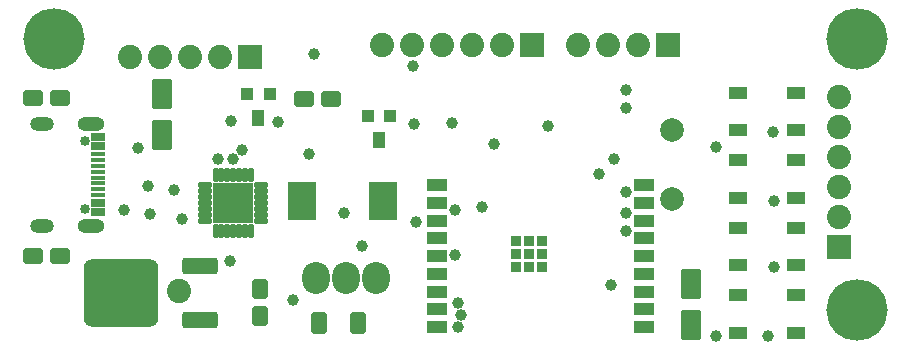
<source format=gbr>
%TF.GenerationSoftware,Altium Limited,Altium Designer,24.0.1 (36)*%
G04 Layer_Color=8388736*
%FSLAX45Y45*%
%MOMM*%
%TF.SameCoordinates,65C793CC-7C80-44E8-9821-AA658A2EEAB5*%
%TF.FilePolarity,Negative*%
%TF.FileFunction,Soldermask,Top*%
%TF.Part,Single*%
G01*
G75*
%TA.AperFunction,SMDPad,CuDef*%
%ADD50R,1.11760X1.47320*%
%ADD51R,1.11760X1.11760*%
G04:AMPARAMS|DCode=52|XSize=2.6mm|YSize=1.7mm|CornerRadius=0.17mm|HoleSize=0mm|Usage=FLASHONLY|Rotation=90.000|XOffset=0mm|YOffset=0mm|HoleType=Round|Shape=RoundedRectangle|*
%AMROUNDEDRECTD52*
21,1,2.60000,1.36000,0,0,90.0*
21,1,2.26000,1.70000,0,0,90.0*
1,1,0.34000,0.68000,1.13000*
1,1,0.34000,0.68000,-1.13000*
1,1,0.34000,-0.68000,-1.13000*
1,1,0.34000,-0.68000,1.13000*
%
%ADD52ROUNDEDRECTD52*%
G04:AMPARAMS|DCode=53|XSize=1.624mm|YSize=1.37mm|CornerRadius=0.14525mm|HoleSize=0mm|Usage=FLASHONLY|Rotation=0.000|XOffset=0mm|YOffset=0mm|HoleType=Round|Shape=RoundedRectangle|*
%AMROUNDEDRECTD53*
21,1,1.62400,1.07950,0,0,0.0*
21,1,1.33350,1.37000,0,0,0.0*
1,1,0.29050,0.66675,-0.53975*
1,1,0.29050,-0.66675,-0.53975*
1,1,0.29050,-0.66675,0.53975*
1,1,0.29050,0.66675,0.53975*
%
%ADD53ROUNDEDRECTD53*%
G04:AMPARAMS|DCode=54|XSize=1.1mm|YSize=1.6mm|CornerRadius=0.125mm|HoleSize=0mm|Usage=FLASHONLY|Rotation=90.000|XOffset=0mm|YOffset=0mm|HoleType=Round|Shape=RoundedRectangle|*
%AMROUNDEDRECTD54*
21,1,1.10000,1.35000,0,0,90.0*
21,1,0.85000,1.60000,0,0,90.0*
1,1,0.25000,0.67500,0.42500*
1,1,0.25000,0.67500,-0.42500*
1,1,0.25000,-0.67500,-0.42500*
1,1,0.25000,-0.67500,0.42500*
%
%ADD54ROUNDEDRECTD54*%
%TA.AperFunction,ConnectorPad*%
%ADD55R,1.25000X0.40000*%
%ADD56R,1.25000X0.70000*%
%TA.AperFunction,SMDPad,CuDef*%
G04:AMPARAMS|DCode=57|XSize=3.0332mm|YSize=1.4232mm|CornerRadius=0.2541mm|HoleSize=0mm|Usage=FLASHONLY|Rotation=180.000|XOffset=0mm|YOffset=0mm|HoleType=Round|Shape=RoundedRectangle|*
%AMROUNDEDRECTD57*
21,1,3.03320,0.91500,0,0,180.0*
21,1,2.52500,1.42320,0,0,180.0*
1,1,0.50820,-1.26250,0.45750*
1,1,0.50820,1.26250,0.45750*
1,1,0.50820,1.26250,-0.45750*
1,1,0.50820,-1.26250,-0.45750*
%
%ADD57ROUNDEDRECTD57*%
G04:AMPARAMS|DCode=58|XSize=6.3032mm|YSize=5.8332mm|CornerRadius=0.80535mm|HoleSize=0mm|Usage=FLASHONLY|Rotation=180.000|XOffset=0mm|YOffset=0mm|HoleType=Round|Shape=RoundedRectangle|*
%AMROUNDEDRECTD58*
21,1,6.30320,4.22250,0,0,180.0*
21,1,4.69250,5.83320,0,0,180.0*
1,1,1.61070,-2.34625,2.11125*
1,1,1.61070,2.34625,2.11125*
1,1,1.61070,2.34625,-2.11125*
1,1,1.61070,-2.34625,-2.11125*
%
%ADD58ROUNDEDRECTD58*%
%ADD59R,2.49320X3.32320*%
G04:AMPARAMS|DCode=60|XSize=1.624mm|YSize=1.37mm|CornerRadius=0.14525mm|HoleSize=0mm|Usage=FLASHONLY|Rotation=270.000|XOffset=0mm|YOffset=0mm|HoleType=Round|Shape=RoundedRectangle|*
%AMROUNDEDRECTD60*
21,1,1.62400,1.07950,0,0,270.0*
21,1,1.33350,1.37000,0,0,270.0*
1,1,0.29050,-0.53975,-0.66675*
1,1,0.29050,-0.53975,0.66675*
1,1,0.29050,0.53975,0.66675*
1,1,0.29050,0.53975,-0.66675*
%
%ADD60ROUNDEDRECTD60*%
G04:AMPARAMS|DCode=61|XSize=1.3432mm|YSize=1.8332mm|CornerRadius=0.2441mm|HoleSize=0mm|Usage=FLASHONLY|Rotation=0.000|XOffset=0mm|YOffset=0mm|HoleType=Round|Shape=RoundedRectangle|*
%AMROUNDEDRECTD61*
21,1,1.34320,1.34500,0,0,0.0*
21,1,0.85500,1.83320,0,0,0.0*
1,1,0.48820,0.42750,-0.67250*
1,1,0.48820,-0.42750,-0.67250*
1,1,0.48820,-0.42750,0.67250*
1,1,0.48820,0.42750,0.67250*
%
%ADD61ROUNDEDRECTD61*%
G04:AMPARAMS|DCode=62|XSize=1.1732mm|YSize=0.4632mm|CornerRadius=0.1341mm|HoleSize=0mm|Usage=FLASHONLY|Rotation=90.000|XOffset=0mm|YOffset=0mm|HoleType=Round|Shape=RoundedRectangle|*
%AMROUNDEDRECTD62*
21,1,1.17320,0.19500,0,0,90.0*
21,1,0.90500,0.46320,0,0,90.0*
1,1,0.26820,0.09750,0.45250*
1,1,0.26820,0.09750,-0.45250*
1,1,0.26820,-0.09750,-0.45250*
1,1,0.26820,-0.09750,0.45250*
%
%ADD62ROUNDEDRECTD62*%
G04:AMPARAMS|DCode=63|XSize=1.1732mm|YSize=0.4632mm|CornerRadius=0.1341mm|HoleSize=0mm|Usage=FLASHONLY|Rotation=0.000|XOffset=0mm|YOffset=0mm|HoleType=Round|Shape=RoundedRectangle|*
%AMROUNDEDRECTD63*
21,1,1.17320,0.19500,0,0,0.0*
21,1,0.90500,0.46320,0,0,0.0*
1,1,0.26820,0.45250,-0.09750*
1,1,0.26820,-0.45250,-0.09750*
1,1,0.26820,-0.45250,0.09750*
1,1,0.26820,0.45250,0.09750*
%
%ADD63ROUNDEDRECTD63*%
%ADD64R,3.35320X3.35320*%
%TA.AperFunction,BGAPad,CuDef*%
%ADD65R,0.90320X0.90320*%
%TA.AperFunction,ConnectorPad*%
%ADD66R,1.70320X1.10320*%
%TA.AperFunction,ComponentPad*%
%ADD67C,2.05320*%
%ADD68R,2.05320X2.05320*%
%ADD69R,2.05320X2.05320*%
%ADD70C,5.20320*%
%ADD71C,0.85320*%
%ADD72O,2.30320X1.20320*%
%ADD73O,2.00320X1.20320*%
%ADD74O,2.35320X2.70320*%
%TA.AperFunction,ViaPad*%
%ADD75C,2.00320*%
%ADD76C,1.00320*%
%ADD77C,2.05320*%
D50*
X3103480Y1796800D02*
D03*
X2082800Y1981200D02*
D03*
D51*
X3009500Y2000000D02*
D03*
X3200000D02*
D03*
X1988820Y2184400D02*
D03*
X2179320D02*
D03*
D52*
X1270000D02*
D03*
Y1834400D02*
D03*
X5750000Y575000D02*
D03*
Y225000D02*
D03*
D53*
X406400Y2146300D02*
D03*
X177800D02*
D03*
X406400Y812800D02*
D03*
X177800D02*
D03*
X2697500Y2138800D02*
D03*
X2468900D02*
D03*
D54*
X6149000Y1623000D02*
D03*
X6639000D02*
D03*
X6149000Y1303000D02*
D03*
X6639000D02*
D03*
X6149000Y2194500D02*
D03*
X6639000D02*
D03*
X6149000Y1874500D02*
D03*
X6639000D02*
D03*
Y160000D02*
D03*
X6149000D02*
D03*
X6639000Y480000D02*
D03*
X6149000D02*
D03*
X6639000Y731500D02*
D03*
X6149000D02*
D03*
X6639000Y1051500D02*
D03*
X6149000D02*
D03*
D55*
X725500Y1675000D02*
D03*
Y1625000D02*
D03*
Y1575000D02*
D03*
Y1325000D02*
D03*
Y1375000D02*
D03*
Y1425000D02*
D03*
Y1525000D02*
D03*
Y1475000D02*
D03*
D56*
Y1260000D02*
D03*
Y1740000D02*
D03*
Y1180000D02*
D03*
Y1820000D02*
D03*
D57*
X1587500Y271500D02*
D03*
Y729500D02*
D03*
D58*
X922500Y500500D02*
D03*
D59*
X2456000Y1275200D02*
D03*
X3142000D02*
D03*
D60*
X2100000Y528600D02*
D03*
Y300000D02*
D03*
D61*
X2597000Y246500D02*
D03*
X2925000D02*
D03*
D62*
X1722000Y1021200D02*
D03*
X1772000D02*
D03*
X1822000D02*
D03*
X1872000D02*
D03*
X1922000D02*
D03*
X1972000D02*
D03*
X2022000D02*
D03*
Y1495200D02*
D03*
X1972000D02*
D03*
X1922000D02*
D03*
X1872000D02*
D03*
X1822000D02*
D03*
X1772000D02*
D03*
X1722000D02*
D03*
D63*
X1635000Y1408200D02*
D03*
Y1358200D02*
D03*
Y1308200D02*
D03*
Y1258200D02*
D03*
Y1208200D02*
D03*
Y1158200D02*
D03*
Y1108200D02*
D03*
X2109000D02*
D03*
Y1158200D02*
D03*
Y1208200D02*
D03*
Y1258200D02*
D03*
Y1308200D02*
D03*
Y1358200D02*
D03*
Y1408200D02*
D03*
D64*
X1872000Y1258200D02*
D03*
D65*
X4489500Y940500D02*
D03*
X4379500D02*
D03*
X4269500D02*
D03*
Y720500D02*
D03*
X4379500D02*
D03*
X4489500D02*
D03*
Y830500D02*
D03*
X4269500D02*
D03*
X4379500D02*
D03*
D66*
X3600500Y210500D02*
D03*
Y360500D02*
D03*
Y510500D02*
D03*
Y660500D02*
D03*
Y810500D02*
D03*
Y960500D02*
D03*
Y1110500D02*
D03*
Y1260500D02*
D03*
Y1410500D02*
D03*
X5350500D02*
D03*
Y1260500D02*
D03*
Y1110500D02*
D03*
Y960500D02*
D03*
Y810500D02*
D03*
Y660500D02*
D03*
Y510500D02*
D03*
Y360500D02*
D03*
Y210500D02*
D03*
D67*
X1000000Y2500000D02*
D03*
X1762000D02*
D03*
X1508000D02*
D03*
X1254000D02*
D03*
X7000000Y2154000D02*
D03*
Y1900000D02*
D03*
Y1138000D02*
D03*
Y1392000D02*
D03*
Y1646000D02*
D03*
X3130000Y2600000D02*
D03*
X3384000D02*
D03*
X4146000D02*
D03*
X3892000D02*
D03*
X3638000D02*
D03*
X5300000D02*
D03*
X5046000D02*
D03*
X4792000D02*
D03*
D68*
X2016000Y2500000D02*
D03*
X4400000Y2600000D02*
D03*
X5554000D02*
D03*
D69*
X7000000Y884000D02*
D03*
D70*
X7150000Y2650000D02*
D03*
X350000D02*
D03*
X7150000Y350000D02*
D03*
D71*
X618000Y1789000D02*
D03*
Y1211000D02*
D03*
D72*
X668000Y1068000D02*
D03*
Y1932000D02*
D03*
D73*
X250000Y1068000D02*
D03*
Y1932000D02*
D03*
D74*
X2824500Y627500D02*
D03*
X2570500D02*
D03*
X3078500D02*
D03*
D75*
X5588000Y1879600D02*
D03*
Y1295400D02*
D03*
D76*
X1803400Y1193800D02*
D03*
X2514600Y1676400D02*
D03*
X5961400Y1732400D02*
D03*
X2247900Y1943100D02*
D03*
X1854200Y1955800D02*
D03*
X3403600Y1930400D02*
D03*
X1066800Y1727200D02*
D03*
X1168400Y1168400D02*
D03*
X1371600Y1371600D02*
D03*
X1150000Y1400000D02*
D03*
X950000Y1200000D02*
D03*
X1440200Y1122800D02*
D03*
X1100000Y350000D02*
D03*
X2964200Y894200D02*
D03*
X2811800Y1173600D02*
D03*
X1745000Y1630800D02*
D03*
X3802400Y310000D02*
D03*
X2557800Y2519800D02*
D03*
X3396000Y2418200D02*
D03*
X3726200Y1935600D02*
D03*
X4081800Y1757800D02*
D03*
X5072400Y564000D02*
D03*
X5199400Y1351400D02*
D03*
X4970800Y1503800D02*
D03*
X4539000Y1910200D02*
D03*
X5199400Y1173600D02*
D03*
Y1021200D02*
D03*
Y2215000D02*
D03*
X5097800Y1630800D02*
D03*
X5199400Y2062600D02*
D03*
X3751600Y818000D02*
D03*
X3980200Y1224400D02*
D03*
X1846600Y767200D02*
D03*
X2380000Y437000D02*
D03*
X3774288Y210161D02*
D03*
X6444000Y1859400D02*
D03*
X6450000Y1275200D02*
D03*
Y716400D02*
D03*
X6400066Y132200D02*
D03*
X5961400D02*
D03*
X3751600Y1199000D02*
D03*
X3421400Y1097400D02*
D03*
X1872000Y1630800D02*
D03*
X1948200Y1707000D02*
D03*
X3777000Y411600D02*
D03*
D77*
X1414800Y513200D02*
D03*
%TF.MD5,398cbb900c99545c0fd54913f20d1bfa*%
M02*

</source>
